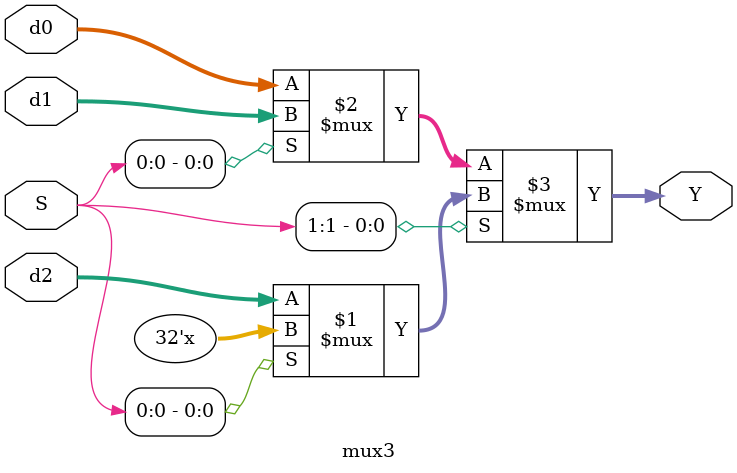
<source format=sv>
`timescale 1ns / 1ps
module datapath (input  logic clk, reset, memtoreg, branch, alusrc, regdst,
                 input  logic regwrite, jump,memwrite, 
		         input  logic[2:0]  alucontrol,
		         output logic[31:0] pc, 
	             input  logic[31:0] instr,
                 output logic[31:0] aluout, writedata, 
	             input  logic[31:0] readdata,
	             output logic[31:0] aluOutM,writeDataM,
	             output logic memWriteM,
	             output logic[31:0] instrD);

  logic [31:0] pcnext, pcnextbr, pcplus4, pcbranch;
  logic [31:0] signimm, signimmsh, srca, result;
  //Pipe logics                   
  logic           stallD,stallF,flushE, pcsrc,
                  pcsrcE,regwriteE,memtoregE,memwriteE,alusrcE,regdstE,
                  regwriteM,memtoregM,
                  regwriteW,memtoregW,
                  forwardAD,forwardBD;
                  
  logic[31:0]     source1E,source2E,
                  signImmE,writeDataE,
                  readDataW,aluOutW,
                  srcaComp,srcbComp,
                  srcAE,srcBE,pcplus4D;
                  
  logic[4:0] rsE,rtE,rdE,writeRegE,writeRegM,writeRegW;
  logic[2:0] alucontrolE;
  logic[1:0] forwardAE,forwardBE;
   
  // next PC logic
  flopr #(32) pcreg(clk, reset,~stallF, pcnext, pc);
  adder       pcadd1(pc, 32'b100, pcplus4);
  sl2         immsh(signimm, signimmsh);
  adder       pcadd2(pcplus4D, signimmsh, pcbranch);
  mux2 pcbrmux(pcplus4, pcbranch, pcsrc,pcnextbr);
  mux2 pcmux(pcnextbr, {pcplus4D[31:28],instrD[25:0], 2'b00}, jump, pcnext);

//Hazard Unit
hazard h(instrD[25:21], instrD[20:16], rsE, rtE, writeRegE, writeRegM,
         writeRegW,regwriteE, regwriteM, regwriteW,
         memtoregE, memtoregM, branch,
         forwardAD, forwardBD, forwardAE,forwardBE,
         stallF, stallD, flushE);
       
//Pipe F-D
pipeRegisterFD fdreg (clk,reset,~stallD,(jump | pcsrc),instr,pcplus4,instrD,pcplus4D);

//Pipe D-E
pipeRegisterDE dereg(clk,reset,flushE,srca,writedata,
               instrD[25:21],instrD[20:16],instrD[15:11],
               signimm,source1E,source2E,rsE,rtE,rdE,signImmE,
               //Control Signals
               pcsrc,regwrite,memtoreg,memwrite,alucontrol,alusrc,regdst,
               pcsrcE,regwriteE,memtoregE,memwriteE,alucontrolE,alusrcE,regdstE);
               
//Pipe E-M
pipeRegisterEM emreg(clk,reset,aluout,
               writeDataE,writeRegE,
               aluOutM,writeDataM,writeRegM,
               //Control Signals
               regwriteE,memtoregE,memwriteE,
               regwriteM,memtoregM,memwriteM);

//Pipe M-W
pipeRegisterMW mwreg(clk,reset,
               readdata, aluOutM,writeRegM,
               readDataW,aluOutW,writeRegW,
              //Control Signals
              regwriteM,memtoregM,
              regwriteW,memtoregW);
          
// branch Decision
mux2 srcaMux(srca,aluOutM,forwardAD,srcaComp);
mux2 srcbMux(writedata,aluOutM,forwardBD,srcbComp);
assign pcsrc = branch & (srcaComp == srcbComp);

// register file logic
regfile     rf (clk, regwriteW, instrD[25:21], instrD[20:16], writeRegW,
               result, srca, writedata);

mux3 alu1(source1E,result,aluOutM,forwardAE,srcAE);
mux3 alu2(source2E,result,aluOutM,forwardBE,writeDataE);

mux2p #(5)    wrmux (rtE, rdE, regdstE, writeRegE);
mux2p #(32)  resmux (aluOutW, readDataW, memtoregW, result);
signext         se (instrD[15:0], signimm);

// ALU logic
mux2p #(32)  srcbmux (writeDataE, signImmE, alusrcE, srcBE);
alu         alu (srcAE, srcBE, alucontrolE, aluout);

endmodule

//2-to-1 MUX
module mux2(input  logic[31:0] d0, d1,  
            input  logic s, 
            output logic[31:0] y);
  
   assign y = s ? d1 : d0; 
endmodule

//3-yo-1 MUX
module mux3(input logic [31:0] d0,d1,d2,
            input logic [1:0] S,
            output logic [31:0] Y
            );
            
assign Y = S[1] ? (S[0] ? 32'bX : d2)
 : (S[0] ? d1 : d0);
 
endmodule

</source>
